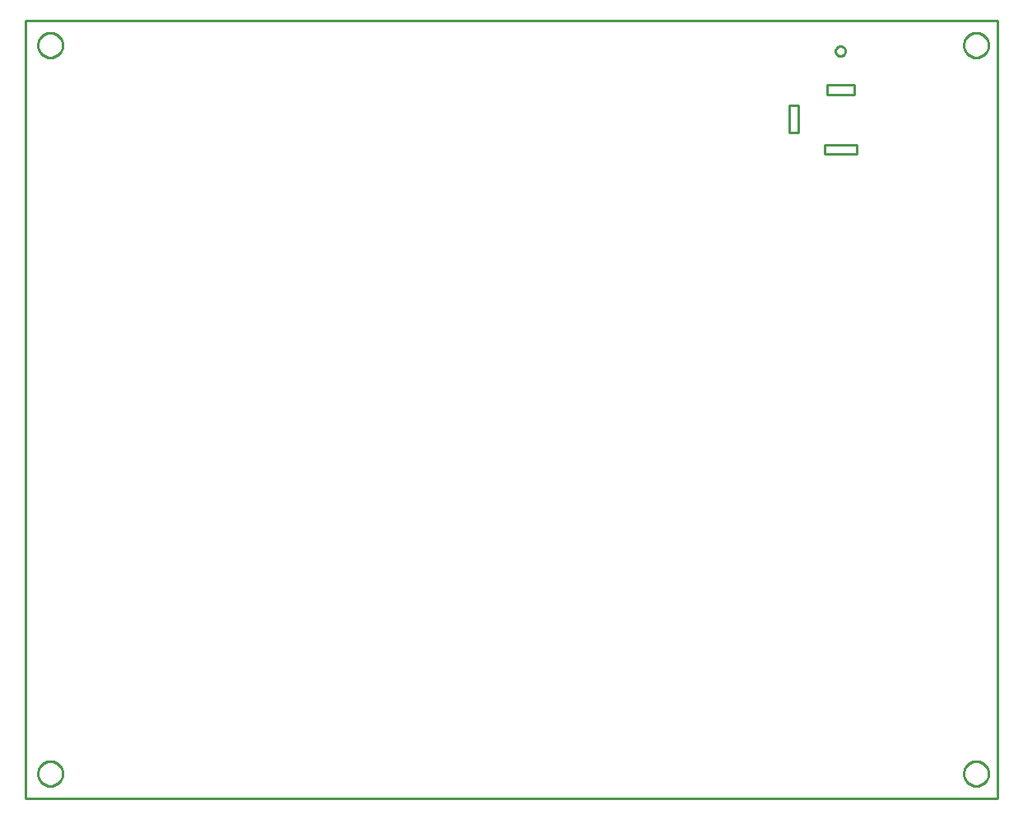
<source format=gbr>
G04 EAGLE Gerber RS-274X export*
G75*
%MOMM*%
%FSLAX34Y34*%
%LPD*%
%IN*%
%IPPOS*%
%AMOC8*
5,1,8,0,0,1.08239X$1,22.5*%
G01*
G04 Define Apertures*
%ADD10C,0.254000*%
D10*
X0Y0D02*
X1000000Y0D01*
X1000000Y800000D01*
X0Y800000D01*
X0Y0D01*
X824200Y723500D02*
X852200Y723500D01*
X852200Y733500D01*
X824200Y733500D01*
X824200Y723500D01*
X821700Y662500D02*
X854700Y662500D01*
X854700Y672500D01*
X821700Y672500D01*
X821700Y662500D01*
X785200Y684500D02*
X795200Y684500D01*
X795200Y712500D01*
X785200Y712500D01*
X785200Y684500D01*
X38100Y24901D02*
X38022Y23906D01*
X37866Y22920D01*
X37633Y21950D01*
X37324Y21001D01*
X36942Y20079D01*
X36489Y19190D01*
X35968Y18339D01*
X35381Y17531D01*
X34733Y16773D01*
X34027Y16067D01*
X33269Y15419D01*
X32461Y14832D01*
X31610Y14311D01*
X30721Y13858D01*
X29799Y13476D01*
X28850Y13167D01*
X27880Y12934D01*
X26894Y12778D01*
X25899Y12700D01*
X24901Y12700D01*
X23906Y12778D01*
X22920Y12934D01*
X21950Y13167D01*
X21001Y13476D01*
X20079Y13858D01*
X19190Y14311D01*
X18339Y14832D01*
X17531Y15419D01*
X16773Y16067D01*
X16067Y16773D01*
X15419Y17531D01*
X14832Y18339D01*
X14311Y19190D01*
X13858Y20079D01*
X13476Y21001D01*
X13167Y21950D01*
X12934Y22920D01*
X12778Y23906D01*
X12700Y24901D01*
X12700Y25899D01*
X12778Y26894D01*
X12934Y27880D01*
X13167Y28850D01*
X13476Y29799D01*
X13858Y30721D01*
X14311Y31610D01*
X14832Y32461D01*
X15419Y33269D01*
X16067Y34027D01*
X16773Y34733D01*
X17531Y35381D01*
X18339Y35968D01*
X19190Y36489D01*
X20079Y36942D01*
X21001Y37324D01*
X21950Y37633D01*
X22920Y37866D01*
X23906Y38022D01*
X24901Y38100D01*
X25899Y38100D01*
X26894Y38022D01*
X27880Y37866D01*
X28850Y37633D01*
X29799Y37324D01*
X30721Y36942D01*
X31610Y36489D01*
X32461Y35968D01*
X33269Y35381D01*
X34027Y34733D01*
X34733Y34027D01*
X35381Y33269D01*
X35968Y32461D01*
X36489Y31610D01*
X36942Y30721D01*
X37324Y29799D01*
X37633Y28850D01*
X37866Y27880D01*
X38022Y26894D01*
X38100Y25899D01*
X38100Y24901D01*
X990600Y24901D02*
X990522Y23906D01*
X990366Y22920D01*
X990133Y21950D01*
X989824Y21001D01*
X989442Y20079D01*
X988989Y19190D01*
X988468Y18339D01*
X987881Y17531D01*
X987233Y16773D01*
X986527Y16067D01*
X985769Y15419D01*
X984961Y14832D01*
X984110Y14311D01*
X983221Y13858D01*
X982299Y13476D01*
X981350Y13167D01*
X980380Y12934D01*
X979394Y12778D01*
X978399Y12700D01*
X977401Y12700D01*
X976406Y12778D01*
X975420Y12934D01*
X974450Y13167D01*
X973501Y13476D01*
X972579Y13858D01*
X971690Y14311D01*
X970839Y14832D01*
X970031Y15419D01*
X969273Y16067D01*
X968567Y16773D01*
X967919Y17531D01*
X967332Y18339D01*
X966811Y19190D01*
X966358Y20079D01*
X965976Y21001D01*
X965667Y21950D01*
X965434Y22920D01*
X965278Y23906D01*
X965200Y24901D01*
X965200Y25899D01*
X965278Y26894D01*
X965434Y27880D01*
X965667Y28850D01*
X965976Y29799D01*
X966358Y30721D01*
X966811Y31610D01*
X967332Y32461D01*
X967919Y33269D01*
X968567Y34027D01*
X969273Y34733D01*
X970031Y35381D01*
X970839Y35968D01*
X971690Y36489D01*
X972579Y36942D01*
X973501Y37324D01*
X974450Y37633D01*
X975420Y37866D01*
X976406Y38022D01*
X977401Y38100D01*
X978399Y38100D01*
X979394Y38022D01*
X980380Y37866D01*
X981350Y37633D01*
X982299Y37324D01*
X983221Y36942D01*
X984110Y36489D01*
X984961Y35968D01*
X985769Y35381D01*
X986527Y34733D01*
X987233Y34027D01*
X987881Y33269D01*
X988468Y32461D01*
X988989Y31610D01*
X989442Y30721D01*
X989824Y29799D01*
X990133Y28850D01*
X990366Y27880D01*
X990522Y26894D01*
X990600Y25899D01*
X990600Y24901D01*
X990600Y774201D02*
X990522Y773206D01*
X990366Y772220D01*
X990133Y771250D01*
X989824Y770301D01*
X989442Y769379D01*
X988989Y768490D01*
X988468Y767639D01*
X987881Y766831D01*
X987233Y766073D01*
X986527Y765367D01*
X985769Y764719D01*
X984961Y764132D01*
X984110Y763611D01*
X983221Y763158D01*
X982299Y762776D01*
X981350Y762467D01*
X980380Y762234D01*
X979394Y762078D01*
X978399Y762000D01*
X977401Y762000D01*
X976406Y762078D01*
X975420Y762234D01*
X974450Y762467D01*
X973501Y762776D01*
X972579Y763158D01*
X971690Y763611D01*
X970839Y764132D01*
X970031Y764719D01*
X969273Y765367D01*
X968567Y766073D01*
X967919Y766831D01*
X967332Y767639D01*
X966811Y768490D01*
X966358Y769379D01*
X965976Y770301D01*
X965667Y771250D01*
X965434Y772220D01*
X965278Y773206D01*
X965200Y774201D01*
X965200Y775199D01*
X965278Y776194D01*
X965434Y777180D01*
X965667Y778150D01*
X965976Y779099D01*
X966358Y780021D01*
X966811Y780910D01*
X967332Y781761D01*
X967919Y782569D01*
X968567Y783327D01*
X969273Y784033D01*
X970031Y784681D01*
X970839Y785268D01*
X971690Y785789D01*
X972579Y786242D01*
X973501Y786624D01*
X974450Y786933D01*
X975420Y787166D01*
X976406Y787322D01*
X977401Y787400D01*
X978399Y787400D01*
X979394Y787322D01*
X980380Y787166D01*
X981350Y786933D01*
X982299Y786624D01*
X983221Y786242D01*
X984110Y785789D01*
X984961Y785268D01*
X985769Y784681D01*
X986527Y784033D01*
X987233Y783327D01*
X987881Y782569D01*
X988468Y781761D01*
X988989Y780910D01*
X989442Y780021D01*
X989824Y779099D01*
X990133Y778150D01*
X990366Y777180D01*
X990522Y776194D01*
X990600Y775199D01*
X990600Y774201D01*
X38100Y774201D02*
X38022Y773206D01*
X37866Y772220D01*
X37633Y771250D01*
X37324Y770301D01*
X36942Y769379D01*
X36489Y768490D01*
X35968Y767639D01*
X35381Y766831D01*
X34733Y766073D01*
X34027Y765367D01*
X33269Y764719D01*
X32461Y764132D01*
X31610Y763611D01*
X30721Y763158D01*
X29799Y762776D01*
X28850Y762467D01*
X27880Y762234D01*
X26894Y762078D01*
X25899Y762000D01*
X24901Y762000D01*
X23906Y762078D01*
X22920Y762234D01*
X21950Y762467D01*
X21001Y762776D01*
X20079Y763158D01*
X19190Y763611D01*
X18339Y764132D01*
X17531Y764719D01*
X16773Y765367D01*
X16067Y766073D01*
X15419Y766831D01*
X14832Y767639D01*
X14311Y768490D01*
X13858Y769379D01*
X13476Y770301D01*
X13167Y771250D01*
X12934Y772220D01*
X12778Y773206D01*
X12700Y774201D01*
X12700Y775199D01*
X12778Y776194D01*
X12934Y777180D01*
X13167Y778150D01*
X13476Y779099D01*
X13858Y780021D01*
X14311Y780910D01*
X14832Y781761D01*
X15419Y782569D01*
X16067Y783327D01*
X16773Y784033D01*
X17531Y784681D01*
X18339Y785268D01*
X19190Y785789D01*
X20079Y786242D01*
X21001Y786624D01*
X21950Y786933D01*
X22920Y787166D01*
X23906Y787322D01*
X24901Y787400D01*
X25899Y787400D01*
X26894Y787322D01*
X27880Y787166D01*
X28850Y786933D01*
X29799Y786624D01*
X30721Y786242D01*
X31610Y785789D01*
X32461Y785268D01*
X33269Y784681D01*
X34027Y784033D01*
X34733Y783327D01*
X35381Y782569D01*
X35968Y781761D01*
X36489Y780910D01*
X36942Y780021D01*
X37324Y779099D01*
X37633Y778150D01*
X37866Y777180D01*
X38022Y776194D01*
X38100Y775199D01*
X38100Y774201D01*
X833200Y768781D02*
X833263Y769339D01*
X833388Y769886D01*
X833573Y770416D01*
X833817Y770922D01*
X834116Y771398D01*
X834466Y771837D01*
X834863Y772234D01*
X835302Y772584D01*
X835778Y772883D01*
X836284Y773127D01*
X836814Y773312D01*
X837361Y773437D01*
X837919Y773500D01*
X838481Y773500D01*
X839039Y773437D01*
X839586Y773312D01*
X840116Y773127D01*
X840622Y772883D01*
X841098Y772584D01*
X841537Y772234D01*
X841934Y771837D01*
X842284Y771398D01*
X842583Y770922D01*
X842827Y770416D01*
X843012Y769886D01*
X843137Y769339D01*
X843200Y768781D01*
X843200Y768219D01*
X843137Y767661D01*
X843012Y767114D01*
X842827Y766583D01*
X842583Y766077D01*
X842284Y765602D01*
X841934Y765163D01*
X841537Y764766D01*
X841098Y764416D01*
X840622Y764117D01*
X840116Y763873D01*
X839586Y763688D01*
X839039Y763563D01*
X838481Y763500D01*
X837919Y763500D01*
X837361Y763563D01*
X836814Y763688D01*
X836284Y763873D01*
X835778Y764117D01*
X835302Y764416D01*
X834863Y764766D01*
X834466Y765163D01*
X834116Y765602D01*
X833817Y766077D01*
X833573Y766583D01*
X833388Y767114D01*
X833263Y767661D01*
X833200Y768219D01*
X833200Y768781D01*
M02*

</source>
